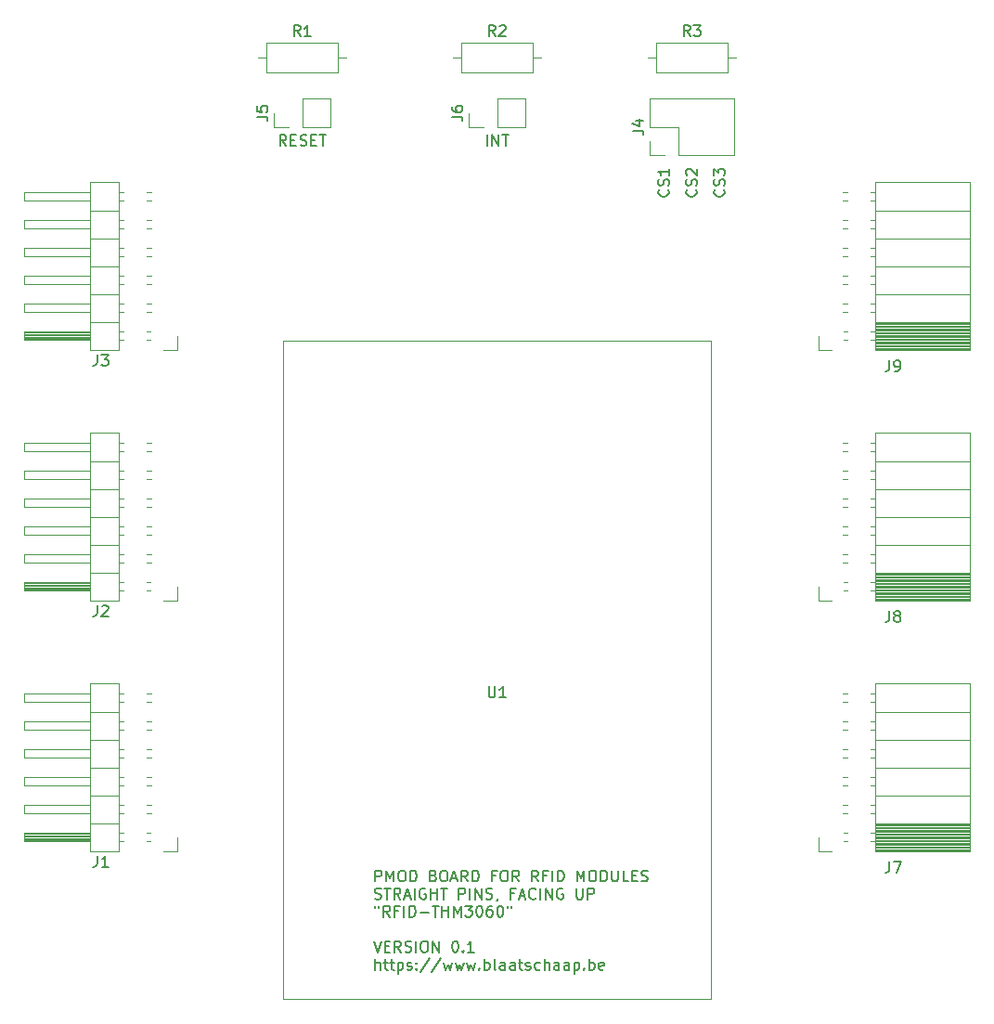
<source format=gbr>
%TF.GenerationSoftware,KiCad,Pcbnew,(6.0.1)*%
%TF.CreationDate,2022-02-05T13:29:02+01:00*%
%TF.ProjectId,modules_board,6d6f6475-6c65-4735-9f62-6f6172642e6b,rev?*%
%TF.SameCoordinates,Original*%
%TF.FileFunction,Legend,Top*%
%TF.FilePolarity,Positive*%
%FSLAX46Y46*%
G04 Gerber Fmt 4.6, Leading zero omitted, Abs format (unit mm)*
G04 Created by KiCad (PCBNEW (6.0.1)) date 2022-02-05 13:29:02*
%MOMM*%
%LPD*%
G01*
G04 APERTURE LIST*
%ADD10C,0.150000*%
%ADD11C,0.120000*%
G04 APERTURE END LIST*
D10*
X82885595Y-123427380D02*
X82885595Y-122427380D01*
X83266547Y-122427380D01*
X83361785Y-122475000D01*
X83409404Y-122522619D01*
X83457023Y-122617857D01*
X83457023Y-122760714D01*
X83409404Y-122855952D01*
X83361785Y-122903571D01*
X83266547Y-122951190D01*
X82885595Y-122951190D01*
X83885595Y-123427380D02*
X83885595Y-122427380D01*
X84218928Y-123141666D01*
X84552261Y-122427380D01*
X84552261Y-123427380D01*
X85218928Y-122427380D02*
X85409404Y-122427380D01*
X85504642Y-122475000D01*
X85599880Y-122570238D01*
X85647500Y-122760714D01*
X85647500Y-123094047D01*
X85599880Y-123284523D01*
X85504642Y-123379761D01*
X85409404Y-123427380D01*
X85218928Y-123427380D01*
X85123690Y-123379761D01*
X85028452Y-123284523D01*
X84980833Y-123094047D01*
X84980833Y-122760714D01*
X85028452Y-122570238D01*
X85123690Y-122475000D01*
X85218928Y-122427380D01*
X86076071Y-123427380D02*
X86076071Y-122427380D01*
X86314166Y-122427380D01*
X86457023Y-122475000D01*
X86552261Y-122570238D01*
X86599880Y-122665476D01*
X86647500Y-122855952D01*
X86647500Y-122998809D01*
X86599880Y-123189285D01*
X86552261Y-123284523D01*
X86457023Y-123379761D01*
X86314166Y-123427380D01*
X86076071Y-123427380D01*
X88171309Y-122903571D02*
X88314166Y-122951190D01*
X88361785Y-122998809D01*
X88409404Y-123094047D01*
X88409404Y-123236904D01*
X88361785Y-123332142D01*
X88314166Y-123379761D01*
X88218928Y-123427380D01*
X87837976Y-123427380D01*
X87837976Y-122427380D01*
X88171309Y-122427380D01*
X88266547Y-122475000D01*
X88314166Y-122522619D01*
X88361785Y-122617857D01*
X88361785Y-122713095D01*
X88314166Y-122808333D01*
X88266547Y-122855952D01*
X88171309Y-122903571D01*
X87837976Y-122903571D01*
X89028452Y-122427380D02*
X89218928Y-122427380D01*
X89314166Y-122475000D01*
X89409404Y-122570238D01*
X89457023Y-122760714D01*
X89457023Y-123094047D01*
X89409404Y-123284523D01*
X89314166Y-123379761D01*
X89218928Y-123427380D01*
X89028452Y-123427380D01*
X88933214Y-123379761D01*
X88837976Y-123284523D01*
X88790357Y-123094047D01*
X88790357Y-122760714D01*
X88837976Y-122570238D01*
X88933214Y-122475000D01*
X89028452Y-122427380D01*
X89837976Y-123141666D02*
X90314166Y-123141666D01*
X89742738Y-123427380D02*
X90076071Y-122427380D01*
X90409404Y-123427380D01*
X91314166Y-123427380D02*
X90980833Y-122951190D01*
X90742738Y-123427380D02*
X90742738Y-122427380D01*
X91123690Y-122427380D01*
X91218928Y-122475000D01*
X91266547Y-122522619D01*
X91314166Y-122617857D01*
X91314166Y-122760714D01*
X91266547Y-122855952D01*
X91218928Y-122903571D01*
X91123690Y-122951190D01*
X90742738Y-122951190D01*
X91742738Y-123427380D02*
X91742738Y-122427380D01*
X91980833Y-122427380D01*
X92123690Y-122475000D01*
X92218928Y-122570238D01*
X92266547Y-122665476D01*
X92314166Y-122855952D01*
X92314166Y-122998809D01*
X92266547Y-123189285D01*
X92218928Y-123284523D01*
X92123690Y-123379761D01*
X91980833Y-123427380D01*
X91742738Y-123427380D01*
X93837976Y-122903571D02*
X93504642Y-122903571D01*
X93504642Y-123427380D02*
X93504642Y-122427380D01*
X93980833Y-122427380D01*
X94552261Y-122427380D02*
X94742738Y-122427380D01*
X94837976Y-122475000D01*
X94933214Y-122570238D01*
X94980833Y-122760714D01*
X94980833Y-123094047D01*
X94933214Y-123284523D01*
X94837976Y-123379761D01*
X94742738Y-123427380D01*
X94552261Y-123427380D01*
X94457023Y-123379761D01*
X94361785Y-123284523D01*
X94314166Y-123094047D01*
X94314166Y-122760714D01*
X94361785Y-122570238D01*
X94457023Y-122475000D01*
X94552261Y-122427380D01*
X95980833Y-123427380D02*
X95647500Y-122951190D01*
X95409404Y-123427380D02*
X95409404Y-122427380D01*
X95790357Y-122427380D01*
X95885595Y-122475000D01*
X95933214Y-122522619D01*
X95980833Y-122617857D01*
X95980833Y-122760714D01*
X95933214Y-122855952D01*
X95885595Y-122903571D01*
X95790357Y-122951190D01*
X95409404Y-122951190D01*
X97742738Y-123427380D02*
X97409404Y-122951190D01*
X97171309Y-123427380D02*
X97171309Y-122427380D01*
X97552261Y-122427380D01*
X97647500Y-122475000D01*
X97695119Y-122522619D01*
X97742738Y-122617857D01*
X97742738Y-122760714D01*
X97695119Y-122855952D01*
X97647500Y-122903571D01*
X97552261Y-122951190D01*
X97171309Y-122951190D01*
X98504642Y-122903571D02*
X98171309Y-122903571D01*
X98171309Y-123427380D02*
X98171309Y-122427380D01*
X98647500Y-122427380D01*
X99028452Y-123427380D02*
X99028452Y-122427380D01*
X99504642Y-123427380D02*
X99504642Y-122427380D01*
X99742738Y-122427380D01*
X99885595Y-122475000D01*
X99980833Y-122570238D01*
X100028452Y-122665476D01*
X100076071Y-122855952D01*
X100076071Y-122998809D01*
X100028452Y-123189285D01*
X99980833Y-123284523D01*
X99885595Y-123379761D01*
X99742738Y-123427380D01*
X99504642Y-123427380D01*
X101266547Y-123427380D02*
X101266547Y-122427380D01*
X101599880Y-123141666D01*
X101933214Y-122427380D01*
X101933214Y-123427380D01*
X102599880Y-122427380D02*
X102790357Y-122427380D01*
X102885595Y-122475000D01*
X102980833Y-122570238D01*
X103028452Y-122760714D01*
X103028452Y-123094047D01*
X102980833Y-123284523D01*
X102885595Y-123379761D01*
X102790357Y-123427380D01*
X102599880Y-123427380D01*
X102504642Y-123379761D01*
X102409404Y-123284523D01*
X102361785Y-123094047D01*
X102361785Y-122760714D01*
X102409404Y-122570238D01*
X102504642Y-122475000D01*
X102599880Y-122427380D01*
X103457023Y-123427380D02*
X103457023Y-122427380D01*
X103695119Y-122427380D01*
X103837976Y-122475000D01*
X103933214Y-122570238D01*
X103980833Y-122665476D01*
X104028452Y-122855952D01*
X104028452Y-122998809D01*
X103980833Y-123189285D01*
X103933214Y-123284523D01*
X103837976Y-123379761D01*
X103695119Y-123427380D01*
X103457023Y-123427380D01*
X104457023Y-122427380D02*
X104457023Y-123236904D01*
X104504642Y-123332142D01*
X104552261Y-123379761D01*
X104647500Y-123427380D01*
X104837976Y-123427380D01*
X104933214Y-123379761D01*
X104980833Y-123332142D01*
X105028452Y-123236904D01*
X105028452Y-122427380D01*
X105980833Y-123427380D02*
X105504642Y-123427380D01*
X105504642Y-122427380D01*
X106314166Y-122903571D02*
X106647500Y-122903571D01*
X106790357Y-123427380D02*
X106314166Y-123427380D01*
X106314166Y-122427380D01*
X106790357Y-122427380D01*
X107171309Y-123379761D02*
X107314166Y-123427380D01*
X107552261Y-123427380D01*
X107647500Y-123379761D01*
X107695119Y-123332142D01*
X107742738Y-123236904D01*
X107742738Y-123141666D01*
X107695119Y-123046428D01*
X107647500Y-122998809D01*
X107552261Y-122951190D01*
X107361785Y-122903571D01*
X107266547Y-122855952D01*
X107218928Y-122808333D01*
X107171309Y-122713095D01*
X107171309Y-122617857D01*
X107218928Y-122522619D01*
X107266547Y-122475000D01*
X107361785Y-122427380D01*
X107599880Y-122427380D01*
X107742738Y-122475000D01*
X82837976Y-124989761D02*
X82980833Y-125037380D01*
X83218928Y-125037380D01*
X83314166Y-124989761D01*
X83361785Y-124942142D01*
X83409404Y-124846904D01*
X83409404Y-124751666D01*
X83361785Y-124656428D01*
X83314166Y-124608809D01*
X83218928Y-124561190D01*
X83028452Y-124513571D01*
X82933214Y-124465952D01*
X82885595Y-124418333D01*
X82837976Y-124323095D01*
X82837976Y-124227857D01*
X82885595Y-124132619D01*
X82933214Y-124085000D01*
X83028452Y-124037380D01*
X83266547Y-124037380D01*
X83409404Y-124085000D01*
X83695119Y-124037380D02*
X84266547Y-124037380D01*
X83980833Y-125037380D02*
X83980833Y-124037380D01*
X85171309Y-125037380D02*
X84837976Y-124561190D01*
X84599880Y-125037380D02*
X84599880Y-124037380D01*
X84980833Y-124037380D01*
X85076071Y-124085000D01*
X85123690Y-124132619D01*
X85171309Y-124227857D01*
X85171309Y-124370714D01*
X85123690Y-124465952D01*
X85076071Y-124513571D01*
X84980833Y-124561190D01*
X84599880Y-124561190D01*
X85552261Y-124751666D02*
X86028452Y-124751666D01*
X85457023Y-125037380D02*
X85790357Y-124037380D01*
X86123690Y-125037380D01*
X86457023Y-125037380D02*
X86457023Y-124037380D01*
X87457023Y-124085000D02*
X87361785Y-124037380D01*
X87218928Y-124037380D01*
X87076071Y-124085000D01*
X86980833Y-124180238D01*
X86933214Y-124275476D01*
X86885595Y-124465952D01*
X86885595Y-124608809D01*
X86933214Y-124799285D01*
X86980833Y-124894523D01*
X87076071Y-124989761D01*
X87218928Y-125037380D01*
X87314166Y-125037380D01*
X87457023Y-124989761D01*
X87504642Y-124942142D01*
X87504642Y-124608809D01*
X87314166Y-124608809D01*
X87933214Y-125037380D02*
X87933214Y-124037380D01*
X87933214Y-124513571D02*
X88504642Y-124513571D01*
X88504642Y-125037380D02*
X88504642Y-124037380D01*
X88837976Y-124037380D02*
X89409404Y-124037380D01*
X89123690Y-125037380D02*
X89123690Y-124037380D01*
X90504642Y-125037380D02*
X90504642Y-124037380D01*
X90885595Y-124037380D01*
X90980833Y-124085000D01*
X91028452Y-124132619D01*
X91076071Y-124227857D01*
X91076071Y-124370714D01*
X91028452Y-124465952D01*
X90980833Y-124513571D01*
X90885595Y-124561190D01*
X90504642Y-124561190D01*
X91504642Y-125037380D02*
X91504642Y-124037380D01*
X91980833Y-125037380D02*
X91980833Y-124037380D01*
X92552261Y-125037380D01*
X92552261Y-124037380D01*
X92980833Y-124989761D02*
X93123690Y-125037380D01*
X93361785Y-125037380D01*
X93457023Y-124989761D01*
X93504642Y-124942142D01*
X93552261Y-124846904D01*
X93552261Y-124751666D01*
X93504642Y-124656428D01*
X93457023Y-124608809D01*
X93361785Y-124561190D01*
X93171309Y-124513571D01*
X93076071Y-124465952D01*
X93028452Y-124418333D01*
X92980833Y-124323095D01*
X92980833Y-124227857D01*
X93028452Y-124132619D01*
X93076071Y-124085000D01*
X93171309Y-124037380D01*
X93409404Y-124037380D01*
X93552261Y-124085000D01*
X94028452Y-124989761D02*
X94028452Y-125037380D01*
X93980833Y-125132619D01*
X93933214Y-125180238D01*
X95552261Y-124513571D02*
X95218928Y-124513571D01*
X95218928Y-125037380D02*
X95218928Y-124037380D01*
X95695119Y-124037380D01*
X96028452Y-124751666D02*
X96504642Y-124751666D01*
X95933214Y-125037380D02*
X96266547Y-124037380D01*
X96599880Y-125037380D01*
X97504642Y-124942142D02*
X97457023Y-124989761D01*
X97314166Y-125037380D01*
X97218928Y-125037380D01*
X97076071Y-124989761D01*
X96980833Y-124894523D01*
X96933214Y-124799285D01*
X96885595Y-124608809D01*
X96885595Y-124465952D01*
X96933214Y-124275476D01*
X96980833Y-124180238D01*
X97076071Y-124085000D01*
X97218928Y-124037380D01*
X97314166Y-124037380D01*
X97457023Y-124085000D01*
X97504642Y-124132619D01*
X97933214Y-125037380D02*
X97933214Y-124037380D01*
X98409404Y-125037380D02*
X98409404Y-124037380D01*
X98980833Y-125037380D01*
X98980833Y-124037380D01*
X99980833Y-124085000D02*
X99885595Y-124037380D01*
X99742738Y-124037380D01*
X99599880Y-124085000D01*
X99504642Y-124180238D01*
X99457023Y-124275476D01*
X99409404Y-124465952D01*
X99409404Y-124608809D01*
X99457023Y-124799285D01*
X99504642Y-124894523D01*
X99599880Y-124989761D01*
X99742738Y-125037380D01*
X99837976Y-125037380D01*
X99980833Y-124989761D01*
X100028452Y-124942142D01*
X100028452Y-124608809D01*
X99837976Y-124608809D01*
X101218928Y-124037380D02*
X101218928Y-124846904D01*
X101266547Y-124942142D01*
X101314166Y-124989761D01*
X101409404Y-125037380D01*
X101599880Y-125037380D01*
X101695119Y-124989761D01*
X101742738Y-124942142D01*
X101790357Y-124846904D01*
X101790357Y-124037380D01*
X102266547Y-125037380D02*
X102266547Y-124037380D01*
X102647500Y-124037380D01*
X102742738Y-124085000D01*
X102790357Y-124132619D01*
X102837976Y-124227857D01*
X102837976Y-124370714D01*
X102790357Y-124465952D01*
X102742738Y-124513571D01*
X102647500Y-124561190D01*
X102266547Y-124561190D01*
X82837976Y-125647380D02*
X82837976Y-125837857D01*
X83218928Y-125647380D02*
X83218928Y-125837857D01*
X84218928Y-126647380D02*
X83885595Y-126171190D01*
X83647500Y-126647380D02*
X83647500Y-125647380D01*
X84028452Y-125647380D01*
X84123690Y-125695000D01*
X84171309Y-125742619D01*
X84218928Y-125837857D01*
X84218928Y-125980714D01*
X84171309Y-126075952D01*
X84123690Y-126123571D01*
X84028452Y-126171190D01*
X83647500Y-126171190D01*
X84980833Y-126123571D02*
X84647500Y-126123571D01*
X84647500Y-126647380D02*
X84647500Y-125647380D01*
X85123690Y-125647380D01*
X85504642Y-126647380D02*
X85504642Y-125647380D01*
X85980833Y-126647380D02*
X85980833Y-125647380D01*
X86218928Y-125647380D01*
X86361785Y-125695000D01*
X86457023Y-125790238D01*
X86504642Y-125885476D01*
X86552261Y-126075952D01*
X86552261Y-126218809D01*
X86504642Y-126409285D01*
X86457023Y-126504523D01*
X86361785Y-126599761D01*
X86218928Y-126647380D01*
X85980833Y-126647380D01*
X86980833Y-126266428D02*
X87742738Y-126266428D01*
X88076071Y-125647380D02*
X88647500Y-125647380D01*
X88361785Y-126647380D02*
X88361785Y-125647380D01*
X88980833Y-126647380D02*
X88980833Y-125647380D01*
X88980833Y-126123571D02*
X89552261Y-126123571D01*
X89552261Y-126647380D02*
X89552261Y-125647380D01*
X90028452Y-126647380D02*
X90028452Y-125647380D01*
X90361785Y-126361666D01*
X90695119Y-125647380D01*
X90695119Y-126647380D01*
X91076071Y-125647380D02*
X91695119Y-125647380D01*
X91361785Y-126028333D01*
X91504642Y-126028333D01*
X91599880Y-126075952D01*
X91647500Y-126123571D01*
X91695119Y-126218809D01*
X91695119Y-126456904D01*
X91647500Y-126552142D01*
X91599880Y-126599761D01*
X91504642Y-126647380D01*
X91218928Y-126647380D01*
X91123690Y-126599761D01*
X91076071Y-126552142D01*
X92314166Y-125647380D02*
X92409404Y-125647380D01*
X92504642Y-125695000D01*
X92552261Y-125742619D01*
X92599880Y-125837857D01*
X92647500Y-126028333D01*
X92647500Y-126266428D01*
X92599880Y-126456904D01*
X92552261Y-126552142D01*
X92504642Y-126599761D01*
X92409404Y-126647380D01*
X92314166Y-126647380D01*
X92218928Y-126599761D01*
X92171309Y-126552142D01*
X92123690Y-126456904D01*
X92076071Y-126266428D01*
X92076071Y-126028333D01*
X92123690Y-125837857D01*
X92171309Y-125742619D01*
X92218928Y-125695000D01*
X92314166Y-125647380D01*
X93504642Y-125647380D02*
X93314166Y-125647380D01*
X93218928Y-125695000D01*
X93171309Y-125742619D01*
X93076071Y-125885476D01*
X93028452Y-126075952D01*
X93028452Y-126456904D01*
X93076071Y-126552142D01*
X93123690Y-126599761D01*
X93218928Y-126647380D01*
X93409404Y-126647380D01*
X93504642Y-126599761D01*
X93552261Y-126552142D01*
X93599880Y-126456904D01*
X93599880Y-126218809D01*
X93552261Y-126123571D01*
X93504642Y-126075952D01*
X93409404Y-126028333D01*
X93218928Y-126028333D01*
X93123690Y-126075952D01*
X93076071Y-126123571D01*
X93028452Y-126218809D01*
X94218928Y-125647380D02*
X94314166Y-125647380D01*
X94409404Y-125695000D01*
X94457023Y-125742619D01*
X94504642Y-125837857D01*
X94552261Y-126028333D01*
X94552261Y-126266428D01*
X94504642Y-126456904D01*
X94457023Y-126552142D01*
X94409404Y-126599761D01*
X94314166Y-126647380D01*
X94218928Y-126647380D01*
X94123690Y-126599761D01*
X94076071Y-126552142D01*
X94028452Y-126456904D01*
X93980833Y-126266428D01*
X93980833Y-126028333D01*
X94028452Y-125837857D01*
X94076071Y-125742619D01*
X94123690Y-125695000D01*
X94218928Y-125647380D01*
X94933214Y-125647380D02*
X94933214Y-125837857D01*
X95314166Y-125647380D02*
X95314166Y-125837857D01*
X82742738Y-128867380D02*
X83076071Y-129867380D01*
X83409404Y-128867380D01*
X83742738Y-129343571D02*
X84076071Y-129343571D01*
X84218928Y-129867380D02*
X83742738Y-129867380D01*
X83742738Y-128867380D01*
X84218928Y-128867380D01*
X85218928Y-129867380D02*
X84885595Y-129391190D01*
X84647500Y-129867380D02*
X84647500Y-128867380D01*
X85028452Y-128867380D01*
X85123690Y-128915000D01*
X85171309Y-128962619D01*
X85218928Y-129057857D01*
X85218928Y-129200714D01*
X85171309Y-129295952D01*
X85123690Y-129343571D01*
X85028452Y-129391190D01*
X84647500Y-129391190D01*
X85599880Y-129819761D02*
X85742738Y-129867380D01*
X85980833Y-129867380D01*
X86076071Y-129819761D01*
X86123690Y-129772142D01*
X86171309Y-129676904D01*
X86171309Y-129581666D01*
X86123690Y-129486428D01*
X86076071Y-129438809D01*
X85980833Y-129391190D01*
X85790357Y-129343571D01*
X85695119Y-129295952D01*
X85647500Y-129248333D01*
X85599880Y-129153095D01*
X85599880Y-129057857D01*
X85647500Y-128962619D01*
X85695119Y-128915000D01*
X85790357Y-128867380D01*
X86028452Y-128867380D01*
X86171309Y-128915000D01*
X86599880Y-129867380D02*
X86599880Y-128867380D01*
X87266547Y-128867380D02*
X87457023Y-128867380D01*
X87552261Y-128915000D01*
X87647500Y-129010238D01*
X87695119Y-129200714D01*
X87695119Y-129534047D01*
X87647500Y-129724523D01*
X87552261Y-129819761D01*
X87457023Y-129867380D01*
X87266547Y-129867380D01*
X87171309Y-129819761D01*
X87076071Y-129724523D01*
X87028452Y-129534047D01*
X87028452Y-129200714D01*
X87076071Y-129010238D01*
X87171309Y-128915000D01*
X87266547Y-128867380D01*
X88123690Y-129867380D02*
X88123690Y-128867380D01*
X88695119Y-129867380D01*
X88695119Y-128867380D01*
X90123690Y-128867380D02*
X90218928Y-128867380D01*
X90314166Y-128915000D01*
X90361785Y-128962619D01*
X90409404Y-129057857D01*
X90457023Y-129248333D01*
X90457023Y-129486428D01*
X90409404Y-129676904D01*
X90361785Y-129772142D01*
X90314166Y-129819761D01*
X90218928Y-129867380D01*
X90123690Y-129867380D01*
X90028452Y-129819761D01*
X89980833Y-129772142D01*
X89933214Y-129676904D01*
X89885595Y-129486428D01*
X89885595Y-129248333D01*
X89933214Y-129057857D01*
X89980833Y-128962619D01*
X90028452Y-128915000D01*
X90123690Y-128867380D01*
X90885595Y-129772142D02*
X90933214Y-129819761D01*
X90885595Y-129867380D01*
X90837976Y-129819761D01*
X90885595Y-129772142D01*
X90885595Y-129867380D01*
X91885595Y-129867380D02*
X91314166Y-129867380D01*
X91599880Y-129867380D02*
X91599880Y-128867380D01*
X91504642Y-129010238D01*
X91409404Y-129105476D01*
X91314166Y-129153095D01*
X82885595Y-131477380D02*
X82885595Y-130477380D01*
X83314166Y-131477380D02*
X83314166Y-130953571D01*
X83266547Y-130858333D01*
X83171309Y-130810714D01*
X83028452Y-130810714D01*
X82933214Y-130858333D01*
X82885595Y-130905952D01*
X83647500Y-130810714D02*
X84028452Y-130810714D01*
X83790357Y-130477380D02*
X83790357Y-131334523D01*
X83837976Y-131429761D01*
X83933214Y-131477380D01*
X84028452Y-131477380D01*
X84218928Y-130810714D02*
X84599880Y-130810714D01*
X84361785Y-130477380D02*
X84361785Y-131334523D01*
X84409404Y-131429761D01*
X84504642Y-131477380D01*
X84599880Y-131477380D01*
X84933214Y-130810714D02*
X84933214Y-131810714D01*
X84933214Y-130858333D02*
X85028452Y-130810714D01*
X85218928Y-130810714D01*
X85314166Y-130858333D01*
X85361785Y-130905952D01*
X85409404Y-131001190D01*
X85409404Y-131286904D01*
X85361785Y-131382142D01*
X85314166Y-131429761D01*
X85218928Y-131477380D01*
X85028452Y-131477380D01*
X84933214Y-131429761D01*
X85790357Y-131429761D02*
X85885595Y-131477380D01*
X86076071Y-131477380D01*
X86171309Y-131429761D01*
X86218928Y-131334523D01*
X86218928Y-131286904D01*
X86171309Y-131191666D01*
X86076071Y-131144047D01*
X85933214Y-131144047D01*
X85837976Y-131096428D01*
X85790357Y-131001190D01*
X85790357Y-130953571D01*
X85837976Y-130858333D01*
X85933214Y-130810714D01*
X86076071Y-130810714D01*
X86171309Y-130858333D01*
X86647500Y-131382142D02*
X86695119Y-131429761D01*
X86647500Y-131477380D01*
X86599880Y-131429761D01*
X86647500Y-131382142D01*
X86647500Y-131477380D01*
X86647500Y-130858333D02*
X86695119Y-130905952D01*
X86647500Y-130953571D01*
X86599880Y-130905952D01*
X86647500Y-130858333D01*
X86647500Y-130953571D01*
X87837976Y-130429761D02*
X86980833Y-131715476D01*
X88885595Y-130429761D02*
X88028452Y-131715476D01*
X89123690Y-130810714D02*
X89314166Y-131477380D01*
X89504642Y-131001190D01*
X89695119Y-131477380D01*
X89885595Y-130810714D01*
X90171309Y-130810714D02*
X90361785Y-131477380D01*
X90552261Y-131001190D01*
X90742738Y-131477380D01*
X90933214Y-130810714D01*
X91218928Y-130810714D02*
X91409404Y-131477380D01*
X91599880Y-131001190D01*
X91790357Y-131477380D01*
X91980833Y-130810714D01*
X92361785Y-131382142D02*
X92409404Y-131429761D01*
X92361785Y-131477380D01*
X92314166Y-131429761D01*
X92361785Y-131382142D01*
X92361785Y-131477380D01*
X92837976Y-131477380D02*
X92837976Y-130477380D01*
X92837976Y-130858333D02*
X92933214Y-130810714D01*
X93123690Y-130810714D01*
X93218928Y-130858333D01*
X93266547Y-130905952D01*
X93314166Y-131001190D01*
X93314166Y-131286904D01*
X93266547Y-131382142D01*
X93218928Y-131429761D01*
X93123690Y-131477380D01*
X92933214Y-131477380D01*
X92837976Y-131429761D01*
X93885595Y-131477380D02*
X93790357Y-131429761D01*
X93742738Y-131334523D01*
X93742738Y-130477380D01*
X94695119Y-131477380D02*
X94695119Y-130953571D01*
X94647500Y-130858333D01*
X94552261Y-130810714D01*
X94361785Y-130810714D01*
X94266547Y-130858333D01*
X94695119Y-131429761D02*
X94599880Y-131477380D01*
X94361785Y-131477380D01*
X94266547Y-131429761D01*
X94218928Y-131334523D01*
X94218928Y-131239285D01*
X94266547Y-131144047D01*
X94361785Y-131096428D01*
X94599880Y-131096428D01*
X94695119Y-131048809D01*
X95599880Y-131477380D02*
X95599880Y-130953571D01*
X95552261Y-130858333D01*
X95457023Y-130810714D01*
X95266547Y-130810714D01*
X95171309Y-130858333D01*
X95599880Y-131429761D02*
X95504642Y-131477380D01*
X95266547Y-131477380D01*
X95171309Y-131429761D01*
X95123690Y-131334523D01*
X95123690Y-131239285D01*
X95171309Y-131144047D01*
X95266547Y-131096428D01*
X95504642Y-131096428D01*
X95599880Y-131048809D01*
X95933214Y-130810714D02*
X96314166Y-130810714D01*
X96076071Y-130477380D02*
X96076071Y-131334523D01*
X96123690Y-131429761D01*
X96218928Y-131477380D01*
X96314166Y-131477380D01*
X96599880Y-131429761D02*
X96695119Y-131477380D01*
X96885595Y-131477380D01*
X96980833Y-131429761D01*
X97028452Y-131334523D01*
X97028452Y-131286904D01*
X96980833Y-131191666D01*
X96885595Y-131144047D01*
X96742738Y-131144047D01*
X96647500Y-131096428D01*
X96599880Y-131001190D01*
X96599880Y-130953571D01*
X96647500Y-130858333D01*
X96742738Y-130810714D01*
X96885595Y-130810714D01*
X96980833Y-130858333D01*
X97885595Y-131429761D02*
X97790357Y-131477380D01*
X97599880Y-131477380D01*
X97504642Y-131429761D01*
X97457023Y-131382142D01*
X97409404Y-131286904D01*
X97409404Y-131001190D01*
X97457023Y-130905952D01*
X97504642Y-130858333D01*
X97599880Y-130810714D01*
X97790357Y-130810714D01*
X97885595Y-130858333D01*
X98314166Y-131477380D02*
X98314166Y-130477380D01*
X98742738Y-131477380D02*
X98742738Y-130953571D01*
X98695119Y-130858333D01*
X98599880Y-130810714D01*
X98457023Y-130810714D01*
X98361785Y-130858333D01*
X98314166Y-130905952D01*
X99647500Y-131477380D02*
X99647500Y-130953571D01*
X99599880Y-130858333D01*
X99504642Y-130810714D01*
X99314166Y-130810714D01*
X99218928Y-130858333D01*
X99647500Y-131429761D02*
X99552261Y-131477380D01*
X99314166Y-131477380D01*
X99218928Y-131429761D01*
X99171309Y-131334523D01*
X99171309Y-131239285D01*
X99218928Y-131144047D01*
X99314166Y-131096428D01*
X99552261Y-131096428D01*
X99647500Y-131048809D01*
X100552261Y-131477380D02*
X100552261Y-130953571D01*
X100504642Y-130858333D01*
X100409404Y-130810714D01*
X100218928Y-130810714D01*
X100123690Y-130858333D01*
X100552261Y-131429761D02*
X100457023Y-131477380D01*
X100218928Y-131477380D01*
X100123690Y-131429761D01*
X100076071Y-131334523D01*
X100076071Y-131239285D01*
X100123690Y-131144047D01*
X100218928Y-131096428D01*
X100457023Y-131096428D01*
X100552261Y-131048809D01*
X101028452Y-130810714D02*
X101028452Y-131810714D01*
X101028452Y-130858333D02*
X101123690Y-130810714D01*
X101314166Y-130810714D01*
X101409404Y-130858333D01*
X101457023Y-130905952D01*
X101504642Y-131001190D01*
X101504642Y-131286904D01*
X101457023Y-131382142D01*
X101409404Y-131429761D01*
X101314166Y-131477380D01*
X101123690Y-131477380D01*
X101028452Y-131429761D01*
X101933214Y-131382142D02*
X101980833Y-131429761D01*
X101933214Y-131477380D01*
X101885595Y-131429761D01*
X101933214Y-131382142D01*
X101933214Y-131477380D01*
X102409404Y-131477380D02*
X102409404Y-130477380D01*
X102409404Y-130858333D02*
X102504642Y-130810714D01*
X102695119Y-130810714D01*
X102790357Y-130858333D01*
X102837976Y-130905952D01*
X102885595Y-131001190D01*
X102885595Y-131286904D01*
X102837976Y-131382142D01*
X102790357Y-131429761D01*
X102695119Y-131477380D01*
X102504642Y-131477380D01*
X102409404Y-131429761D01*
X103695119Y-131429761D02*
X103599880Y-131477380D01*
X103409404Y-131477380D01*
X103314166Y-131429761D01*
X103266547Y-131334523D01*
X103266547Y-130953571D01*
X103314166Y-130858333D01*
X103409404Y-130810714D01*
X103599880Y-130810714D01*
X103695119Y-130858333D01*
X103742738Y-130953571D01*
X103742738Y-131048809D01*
X103266547Y-131144047D01*
X93075238Y-56332380D02*
X93075238Y-55332380D01*
X93551428Y-56332380D02*
X93551428Y-55332380D01*
X94122857Y-56332380D01*
X94122857Y-55332380D01*
X94456190Y-55332380D02*
X95027619Y-55332380D01*
X94741904Y-56332380D02*
X94741904Y-55332380D01*
X112117142Y-60332857D02*
X112164761Y-60380476D01*
X112212380Y-60523333D01*
X112212380Y-60618571D01*
X112164761Y-60761428D01*
X112069523Y-60856666D01*
X111974285Y-60904285D01*
X111783809Y-60951904D01*
X111640952Y-60951904D01*
X111450476Y-60904285D01*
X111355238Y-60856666D01*
X111260000Y-60761428D01*
X111212380Y-60618571D01*
X111212380Y-60523333D01*
X111260000Y-60380476D01*
X111307619Y-60332857D01*
X112164761Y-59951904D02*
X112212380Y-59809047D01*
X112212380Y-59570952D01*
X112164761Y-59475714D01*
X112117142Y-59428095D01*
X112021904Y-59380476D01*
X111926666Y-59380476D01*
X111831428Y-59428095D01*
X111783809Y-59475714D01*
X111736190Y-59570952D01*
X111688571Y-59761428D01*
X111640952Y-59856666D01*
X111593333Y-59904285D01*
X111498095Y-59951904D01*
X111402857Y-59951904D01*
X111307619Y-59904285D01*
X111260000Y-59856666D01*
X111212380Y-59761428D01*
X111212380Y-59523333D01*
X111260000Y-59380476D01*
X111307619Y-58999523D02*
X111260000Y-58951904D01*
X111212380Y-58856666D01*
X111212380Y-58618571D01*
X111260000Y-58523333D01*
X111307619Y-58475714D01*
X111402857Y-58428095D01*
X111498095Y-58428095D01*
X111640952Y-58475714D01*
X112212380Y-59047142D01*
X112212380Y-58428095D01*
X114657142Y-60332857D02*
X114704761Y-60380476D01*
X114752380Y-60523333D01*
X114752380Y-60618571D01*
X114704761Y-60761428D01*
X114609523Y-60856666D01*
X114514285Y-60904285D01*
X114323809Y-60951904D01*
X114180952Y-60951904D01*
X113990476Y-60904285D01*
X113895238Y-60856666D01*
X113800000Y-60761428D01*
X113752380Y-60618571D01*
X113752380Y-60523333D01*
X113800000Y-60380476D01*
X113847619Y-60332857D01*
X114704761Y-59951904D02*
X114752380Y-59809047D01*
X114752380Y-59570952D01*
X114704761Y-59475714D01*
X114657142Y-59428095D01*
X114561904Y-59380476D01*
X114466666Y-59380476D01*
X114371428Y-59428095D01*
X114323809Y-59475714D01*
X114276190Y-59570952D01*
X114228571Y-59761428D01*
X114180952Y-59856666D01*
X114133333Y-59904285D01*
X114038095Y-59951904D01*
X113942857Y-59951904D01*
X113847619Y-59904285D01*
X113800000Y-59856666D01*
X113752380Y-59761428D01*
X113752380Y-59523333D01*
X113800000Y-59380476D01*
X113752380Y-59047142D02*
X113752380Y-58428095D01*
X114133333Y-58761428D01*
X114133333Y-58618571D01*
X114180952Y-58523333D01*
X114228571Y-58475714D01*
X114323809Y-58428095D01*
X114561904Y-58428095D01*
X114657142Y-58475714D01*
X114704761Y-58523333D01*
X114752380Y-58618571D01*
X114752380Y-58904285D01*
X114704761Y-58999523D01*
X114657142Y-59047142D01*
X109577142Y-60332857D02*
X109624761Y-60380476D01*
X109672380Y-60523333D01*
X109672380Y-60618571D01*
X109624761Y-60761428D01*
X109529523Y-60856666D01*
X109434285Y-60904285D01*
X109243809Y-60951904D01*
X109100952Y-60951904D01*
X108910476Y-60904285D01*
X108815238Y-60856666D01*
X108720000Y-60761428D01*
X108672380Y-60618571D01*
X108672380Y-60523333D01*
X108720000Y-60380476D01*
X108767619Y-60332857D01*
X109624761Y-59951904D02*
X109672380Y-59809047D01*
X109672380Y-59570952D01*
X109624761Y-59475714D01*
X109577142Y-59428095D01*
X109481904Y-59380476D01*
X109386666Y-59380476D01*
X109291428Y-59428095D01*
X109243809Y-59475714D01*
X109196190Y-59570952D01*
X109148571Y-59761428D01*
X109100952Y-59856666D01*
X109053333Y-59904285D01*
X108958095Y-59951904D01*
X108862857Y-59951904D01*
X108767619Y-59904285D01*
X108720000Y-59856666D01*
X108672380Y-59761428D01*
X108672380Y-59523333D01*
X108720000Y-59380476D01*
X109672380Y-58428095D02*
X109672380Y-58999523D01*
X109672380Y-58713809D02*
X108672380Y-58713809D01*
X108815238Y-58809047D01*
X108910476Y-58904285D01*
X108958095Y-58999523D01*
X74747619Y-56332380D02*
X74414285Y-55856190D01*
X74176190Y-56332380D02*
X74176190Y-55332380D01*
X74557142Y-55332380D01*
X74652380Y-55380000D01*
X74700000Y-55427619D01*
X74747619Y-55522857D01*
X74747619Y-55665714D01*
X74700000Y-55760952D01*
X74652380Y-55808571D01*
X74557142Y-55856190D01*
X74176190Y-55856190D01*
X75176190Y-55808571D02*
X75509523Y-55808571D01*
X75652380Y-56332380D02*
X75176190Y-56332380D01*
X75176190Y-55332380D01*
X75652380Y-55332380D01*
X76033333Y-56284761D02*
X76176190Y-56332380D01*
X76414285Y-56332380D01*
X76509523Y-56284761D01*
X76557142Y-56237142D01*
X76604761Y-56141904D01*
X76604761Y-56046666D01*
X76557142Y-55951428D01*
X76509523Y-55903809D01*
X76414285Y-55856190D01*
X76223809Y-55808571D01*
X76128571Y-55760952D01*
X76080952Y-55713333D01*
X76033333Y-55618095D01*
X76033333Y-55522857D01*
X76080952Y-55427619D01*
X76128571Y-55380000D01*
X76223809Y-55332380D01*
X76461904Y-55332380D01*
X76604761Y-55380000D01*
X77033333Y-55808571D02*
X77366666Y-55808571D01*
X77509523Y-56332380D02*
X77033333Y-56332380D01*
X77033333Y-55332380D01*
X77509523Y-55332380D01*
X77795238Y-55332380D02*
X78366666Y-55332380D01*
X78080952Y-56332380D02*
X78080952Y-55332380D01*
%TO.C,J1*%
X57511666Y-121102380D02*
X57511666Y-121816666D01*
X57464047Y-121959523D01*
X57368809Y-122054761D01*
X57225952Y-122102380D01*
X57130714Y-122102380D01*
X58511666Y-122102380D02*
X57940238Y-122102380D01*
X58225952Y-122102380D02*
X58225952Y-121102380D01*
X58130714Y-121245238D01*
X58035476Y-121340476D01*
X57940238Y-121388095D01*
%TO.C,J2*%
X57511666Y-98242380D02*
X57511666Y-98956666D01*
X57464047Y-99099523D01*
X57368809Y-99194761D01*
X57225952Y-99242380D01*
X57130714Y-99242380D01*
X57940238Y-98337619D02*
X57987857Y-98290000D01*
X58083095Y-98242380D01*
X58321190Y-98242380D01*
X58416428Y-98290000D01*
X58464047Y-98337619D01*
X58511666Y-98432857D01*
X58511666Y-98528095D01*
X58464047Y-98670952D01*
X57892619Y-99242380D01*
X58511666Y-99242380D01*
%TO.C,J3*%
X57511666Y-75382380D02*
X57511666Y-76096666D01*
X57464047Y-76239523D01*
X57368809Y-76334761D01*
X57225952Y-76382380D01*
X57130714Y-76382380D01*
X57892619Y-75382380D02*
X58511666Y-75382380D01*
X58178333Y-75763333D01*
X58321190Y-75763333D01*
X58416428Y-75810952D01*
X58464047Y-75858571D01*
X58511666Y-75953809D01*
X58511666Y-76191904D01*
X58464047Y-76287142D01*
X58416428Y-76334761D01*
X58321190Y-76382380D01*
X58035476Y-76382380D01*
X57940238Y-76334761D01*
X57892619Y-76287142D01*
%TO.C,J7*%
X129776666Y-121602380D02*
X129776666Y-122316666D01*
X129729047Y-122459523D01*
X129633809Y-122554761D01*
X129490952Y-122602380D01*
X129395714Y-122602380D01*
X130157619Y-121602380D02*
X130824285Y-121602380D01*
X130395714Y-122602380D01*
%TO.C,J8*%
X129776666Y-98742380D02*
X129776666Y-99456666D01*
X129729047Y-99599523D01*
X129633809Y-99694761D01*
X129490952Y-99742380D01*
X129395714Y-99742380D01*
X130395714Y-99170952D02*
X130300476Y-99123333D01*
X130252857Y-99075714D01*
X130205238Y-98980476D01*
X130205238Y-98932857D01*
X130252857Y-98837619D01*
X130300476Y-98790000D01*
X130395714Y-98742380D01*
X130586190Y-98742380D01*
X130681428Y-98790000D01*
X130729047Y-98837619D01*
X130776666Y-98932857D01*
X130776666Y-98980476D01*
X130729047Y-99075714D01*
X130681428Y-99123333D01*
X130586190Y-99170952D01*
X130395714Y-99170952D01*
X130300476Y-99218571D01*
X130252857Y-99266190D01*
X130205238Y-99361428D01*
X130205238Y-99551904D01*
X130252857Y-99647142D01*
X130300476Y-99694761D01*
X130395714Y-99742380D01*
X130586190Y-99742380D01*
X130681428Y-99694761D01*
X130729047Y-99647142D01*
X130776666Y-99551904D01*
X130776666Y-99361428D01*
X130729047Y-99266190D01*
X130681428Y-99218571D01*
X130586190Y-99170952D01*
%TO.C,J9*%
X129776666Y-75882380D02*
X129776666Y-76596666D01*
X129729047Y-76739523D01*
X129633809Y-76834761D01*
X129490952Y-76882380D01*
X129395714Y-76882380D01*
X130300476Y-76882380D02*
X130490952Y-76882380D01*
X130586190Y-76834761D01*
X130633809Y-76787142D01*
X130729047Y-76644285D01*
X130776666Y-76453809D01*
X130776666Y-76072857D01*
X130729047Y-75977619D01*
X130681428Y-75930000D01*
X130586190Y-75882380D01*
X130395714Y-75882380D01*
X130300476Y-75930000D01*
X130252857Y-75977619D01*
X130205238Y-76072857D01*
X130205238Y-76310952D01*
X130252857Y-76406190D01*
X130300476Y-76453809D01*
X130395714Y-76501428D01*
X130586190Y-76501428D01*
X130681428Y-76453809D01*
X130729047Y-76406190D01*
X130776666Y-76310952D01*
%TO.C,R2*%
X93813333Y-46342380D02*
X93480000Y-45866190D01*
X93241904Y-46342380D02*
X93241904Y-45342380D01*
X93622857Y-45342380D01*
X93718095Y-45390000D01*
X93765714Y-45437619D01*
X93813333Y-45532857D01*
X93813333Y-45675714D01*
X93765714Y-45770952D01*
X93718095Y-45818571D01*
X93622857Y-45866190D01*
X93241904Y-45866190D01*
X94194285Y-45437619D02*
X94241904Y-45390000D01*
X94337142Y-45342380D01*
X94575238Y-45342380D01*
X94670476Y-45390000D01*
X94718095Y-45437619D01*
X94765714Y-45532857D01*
X94765714Y-45628095D01*
X94718095Y-45770952D01*
X94146666Y-46342380D01*
X94765714Y-46342380D01*
%TO.C,R1*%
X76033333Y-46342380D02*
X75700000Y-45866190D01*
X75461904Y-46342380D02*
X75461904Y-45342380D01*
X75842857Y-45342380D01*
X75938095Y-45390000D01*
X75985714Y-45437619D01*
X76033333Y-45532857D01*
X76033333Y-45675714D01*
X75985714Y-45770952D01*
X75938095Y-45818571D01*
X75842857Y-45866190D01*
X75461904Y-45866190D01*
X76985714Y-46342380D02*
X76414285Y-46342380D01*
X76700000Y-46342380D02*
X76700000Y-45342380D01*
X76604761Y-45485238D01*
X76509523Y-45580476D01*
X76414285Y-45628095D01*
%TO.C,R3*%
X111593333Y-46342380D02*
X111260000Y-45866190D01*
X111021904Y-46342380D02*
X111021904Y-45342380D01*
X111402857Y-45342380D01*
X111498095Y-45390000D01*
X111545714Y-45437619D01*
X111593333Y-45532857D01*
X111593333Y-45675714D01*
X111545714Y-45770952D01*
X111498095Y-45818571D01*
X111402857Y-45866190D01*
X111021904Y-45866190D01*
X111926666Y-45342380D02*
X112545714Y-45342380D01*
X112212380Y-45723333D01*
X112355238Y-45723333D01*
X112450476Y-45770952D01*
X112498095Y-45818571D01*
X112545714Y-45913809D01*
X112545714Y-46151904D01*
X112498095Y-46247142D01*
X112450476Y-46294761D01*
X112355238Y-46342380D01*
X112069523Y-46342380D01*
X111974285Y-46294761D01*
X111926666Y-46247142D01*
%TO.C,J6*%
X89832380Y-53673333D02*
X90546666Y-53673333D01*
X90689523Y-53720952D01*
X90784761Y-53816190D01*
X90832380Y-53959047D01*
X90832380Y-54054285D01*
X89832380Y-52768571D02*
X89832380Y-52959047D01*
X89880000Y-53054285D01*
X89927619Y-53101904D01*
X90070476Y-53197142D01*
X90260952Y-53244761D01*
X90641904Y-53244761D01*
X90737142Y-53197142D01*
X90784761Y-53149523D01*
X90832380Y-53054285D01*
X90832380Y-52863809D01*
X90784761Y-52768571D01*
X90737142Y-52720952D01*
X90641904Y-52673333D01*
X90403809Y-52673333D01*
X90308571Y-52720952D01*
X90260952Y-52768571D01*
X90213333Y-52863809D01*
X90213333Y-53054285D01*
X90260952Y-53149523D01*
X90308571Y-53197142D01*
X90403809Y-53244761D01*
%TO.C,U1*%
X93218095Y-105632380D02*
X93218095Y-106441904D01*
X93265714Y-106537142D01*
X93313333Y-106584761D01*
X93408571Y-106632380D01*
X93599047Y-106632380D01*
X93694285Y-106584761D01*
X93741904Y-106537142D01*
X93789523Y-106441904D01*
X93789523Y-105632380D01*
X94789523Y-106632380D02*
X94218095Y-106632380D01*
X94503809Y-106632380D02*
X94503809Y-105632380D01*
X94408571Y-105775238D01*
X94313333Y-105870476D01*
X94218095Y-105918095D01*
%TO.C,J4*%
X106342380Y-54943333D02*
X107056666Y-54943333D01*
X107199523Y-54990952D01*
X107294761Y-55086190D01*
X107342380Y-55229047D01*
X107342380Y-55324285D01*
X106675714Y-54038571D02*
X107342380Y-54038571D01*
X106294761Y-54276666D02*
X107009047Y-54514761D01*
X107009047Y-53895714D01*
%TO.C,J5*%
X72052380Y-53673333D02*
X72766666Y-53673333D01*
X72909523Y-53720952D01*
X73004761Y-53816190D01*
X73052380Y-53959047D01*
X73052380Y-54054285D01*
X72052380Y-52720952D02*
X72052380Y-53197142D01*
X72528571Y-53244761D01*
X72480952Y-53197142D01*
X72433333Y-53101904D01*
X72433333Y-52863809D01*
X72480952Y-52768571D01*
X72528571Y-52720952D01*
X72623809Y-52673333D01*
X72861904Y-52673333D01*
X72957142Y-52720952D01*
X73004761Y-52768571D01*
X73052380Y-52863809D01*
X73052380Y-53101904D01*
X73004761Y-53197142D01*
X72957142Y-53244761D01*
D11*
%TO.C,J1*%
X56860000Y-112140000D02*
X50860000Y-112140000D01*
X50860000Y-107060000D02*
X50860000Y-106300000D01*
X50860000Y-108840000D02*
X56860000Y-108840000D01*
X56860000Y-119340000D02*
X50860000Y-119340000D01*
X62457071Y-114680000D02*
X62002929Y-114680000D01*
X62457071Y-107060000D02*
X62002929Y-107060000D01*
X59917071Y-119760000D02*
X59520000Y-119760000D01*
X50860000Y-113920000D02*
X56860000Y-113920000D01*
X59917071Y-116460000D02*
X59520000Y-116460000D01*
X56860000Y-120710000D02*
X59520000Y-120710000D01*
X59917071Y-109600000D02*
X59520000Y-109600000D01*
X50860000Y-111380000D02*
X56860000Y-111380000D01*
X56860000Y-117220000D02*
X50860000Y-117220000D01*
X64770000Y-119380000D02*
X64770000Y-120650000D01*
X50860000Y-112140000D02*
X50860000Y-111380000D01*
X56860000Y-119460000D02*
X50860000Y-119460000D01*
X59520000Y-115570000D02*
X56860000Y-115570000D01*
X59520000Y-118110000D02*
X56860000Y-118110000D01*
X59917071Y-114680000D02*
X59520000Y-114680000D01*
X56860000Y-114680000D02*
X50860000Y-114680000D01*
X56860000Y-107060000D02*
X50860000Y-107060000D01*
X59520000Y-105350000D02*
X56860000Y-105350000D01*
X50860000Y-119000000D02*
X56860000Y-119000000D01*
X62457071Y-113920000D02*
X62002929Y-113920000D01*
X62457071Y-108840000D02*
X62002929Y-108840000D01*
X50860000Y-114680000D02*
X50860000Y-113920000D01*
X59917071Y-117220000D02*
X59520000Y-117220000D01*
X62457071Y-117220000D02*
X62002929Y-117220000D01*
X62457071Y-112140000D02*
X62002929Y-112140000D01*
X59917071Y-107060000D02*
X59520000Y-107060000D01*
X59917071Y-106300000D02*
X59520000Y-106300000D01*
X62457071Y-106300000D02*
X62002929Y-106300000D01*
X56860000Y-119760000D02*
X50860000Y-119760000D01*
X59917071Y-119000000D02*
X59520000Y-119000000D01*
X56860000Y-119580000D02*
X50860000Y-119580000D01*
X62390000Y-119000000D02*
X62002929Y-119000000D01*
X50860000Y-117220000D02*
X50860000Y-116460000D01*
X56860000Y-119220000D02*
X50860000Y-119220000D01*
X56860000Y-109600000D02*
X50860000Y-109600000D01*
X59520000Y-110490000D02*
X56860000Y-110490000D01*
X62457071Y-109600000D02*
X62002929Y-109600000D01*
X59520000Y-120710000D02*
X59520000Y-105350000D01*
X59917071Y-108840000D02*
X59520000Y-108840000D01*
X56860000Y-105350000D02*
X56860000Y-120710000D01*
X59520000Y-113030000D02*
X56860000Y-113030000D01*
X62457071Y-111380000D02*
X62002929Y-111380000D01*
X59520000Y-107950000D02*
X56860000Y-107950000D01*
X59917071Y-113920000D02*
X59520000Y-113920000D01*
X64770000Y-120650000D02*
X63500000Y-120650000D01*
X56860000Y-119700000D02*
X50860000Y-119700000D01*
X50860000Y-119760000D02*
X50860000Y-119000000D01*
X62457071Y-116460000D02*
X62002929Y-116460000D01*
X59917071Y-111380000D02*
X59520000Y-111380000D01*
X62390000Y-119760000D02*
X62002929Y-119760000D01*
X50860000Y-116460000D02*
X56860000Y-116460000D01*
X59917071Y-112140000D02*
X59520000Y-112140000D01*
X56860000Y-119100000D02*
X50860000Y-119100000D01*
X50860000Y-106300000D02*
X56860000Y-106300000D01*
X50860000Y-109600000D02*
X50860000Y-108840000D01*
%TO.C,J2*%
X56860000Y-96360000D02*
X50860000Y-96360000D01*
X62457071Y-93600000D02*
X62002929Y-93600000D01*
X59917071Y-96900000D02*
X59520000Y-96900000D01*
X59917071Y-89280000D02*
X59520000Y-89280000D01*
X62457071Y-91060000D02*
X62002929Y-91060000D01*
X62457071Y-85980000D02*
X62002929Y-85980000D01*
X64770000Y-96520000D02*
X64770000Y-97790000D01*
X56860000Y-89280000D02*
X50860000Y-89280000D01*
X56860000Y-84200000D02*
X50860000Y-84200000D01*
X62390000Y-96900000D02*
X62002929Y-96900000D01*
X59520000Y-92710000D02*
X56860000Y-92710000D01*
X50860000Y-85980000D02*
X56860000Y-85980000D01*
X56860000Y-96900000D02*
X50860000Y-96900000D01*
X50860000Y-93600000D02*
X56860000Y-93600000D01*
X50860000Y-89280000D02*
X50860000Y-88520000D01*
X56860000Y-96720000D02*
X50860000Y-96720000D01*
X50860000Y-88520000D02*
X56860000Y-88520000D01*
X62390000Y-96140000D02*
X62002929Y-96140000D01*
X56860000Y-96240000D02*
X50860000Y-96240000D01*
X56860000Y-86740000D02*
X50860000Y-86740000D01*
X59917071Y-91820000D02*
X59520000Y-91820000D01*
X56860000Y-91820000D02*
X50860000Y-91820000D01*
X59917071Y-86740000D02*
X59520000Y-86740000D01*
X59917071Y-94360000D02*
X59520000Y-94360000D01*
X59917071Y-84200000D02*
X59520000Y-84200000D01*
X56860000Y-94360000D02*
X50860000Y-94360000D01*
X59520000Y-90170000D02*
X56860000Y-90170000D01*
X50860000Y-91820000D02*
X50860000Y-91060000D01*
X50860000Y-84200000D02*
X50860000Y-83440000D01*
X56860000Y-96600000D02*
X50860000Y-96600000D01*
X62457071Y-84200000D02*
X62002929Y-84200000D01*
X59917071Y-85980000D02*
X59520000Y-85980000D01*
X50860000Y-94360000D02*
X50860000Y-93600000D01*
X59520000Y-97850000D02*
X59520000Y-82490000D01*
X56860000Y-96840000D02*
X50860000Y-96840000D01*
X59520000Y-87630000D02*
X56860000Y-87630000D01*
X50860000Y-91060000D02*
X56860000Y-91060000D01*
X62457071Y-86740000D02*
X62002929Y-86740000D01*
X59917071Y-83440000D02*
X59520000Y-83440000D01*
X62457071Y-88520000D02*
X62002929Y-88520000D01*
X64770000Y-97790000D02*
X63500000Y-97790000D01*
X62457071Y-91820000D02*
X62002929Y-91820000D01*
X59520000Y-95250000D02*
X56860000Y-95250000D01*
X50860000Y-86740000D02*
X50860000Y-85980000D01*
X50860000Y-96900000D02*
X50860000Y-96140000D01*
X62457071Y-89280000D02*
X62002929Y-89280000D01*
X56860000Y-96480000D02*
X50860000Y-96480000D01*
X56860000Y-97850000D02*
X59520000Y-97850000D01*
X59917071Y-93600000D02*
X59520000Y-93600000D01*
X59917071Y-88520000D02*
X59520000Y-88520000D01*
X50860000Y-83440000D02*
X56860000Y-83440000D01*
X59917071Y-91060000D02*
X59520000Y-91060000D01*
X59520000Y-82490000D02*
X56860000Y-82490000D01*
X62457071Y-83440000D02*
X62002929Y-83440000D01*
X56860000Y-82490000D02*
X56860000Y-97850000D01*
X59520000Y-85090000D02*
X56860000Y-85090000D01*
X62457071Y-94360000D02*
X62002929Y-94360000D01*
X59917071Y-96140000D02*
X59520000Y-96140000D01*
X50860000Y-96140000D02*
X56860000Y-96140000D01*
%TO.C,J3*%
X59917071Y-61340000D02*
X59520000Y-61340000D01*
X56860000Y-73740000D02*
X50860000Y-73740000D01*
X62457071Y-68200000D02*
X62002929Y-68200000D01*
X56860000Y-61340000D02*
X50860000Y-61340000D01*
X62457071Y-63880000D02*
X62002929Y-63880000D01*
X59917071Y-63880000D02*
X59520000Y-63880000D01*
X50860000Y-71500000D02*
X50860000Y-70740000D01*
X56860000Y-74040000D02*
X50860000Y-74040000D01*
X62457071Y-71500000D02*
X62002929Y-71500000D01*
X56860000Y-73860000D02*
X50860000Y-73860000D01*
X50860000Y-66420000D02*
X50860000Y-65660000D01*
X50860000Y-63120000D02*
X56860000Y-63120000D01*
X56860000Y-73620000D02*
X50860000Y-73620000D01*
X56860000Y-73380000D02*
X50860000Y-73380000D01*
X62457071Y-61340000D02*
X62002929Y-61340000D01*
X50860000Y-70740000D02*
X56860000Y-70740000D01*
X59520000Y-64770000D02*
X56860000Y-64770000D01*
X56860000Y-63880000D02*
X50860000Y-63880000D01*
X64770000Y-73660000D02*
X64770000Y-74930000D01*
X62457071Y-68960000D02*
X62002929Y-68960000D01*
X50860000Y-65660000D02*
X56860000Y-65660000D01*
X59520000Y-62230000D02*
X56860000Y-62230000D01*
X62457071Y-63120000D02*
X62002929Y-63120000D01*
X50860000Y-60580000D02*
X56860000Y-60580000D01*
X59917071Y-65660000D02*
X59520000Y-65660000D01*
X59917071Y-68200000D02*
X59520000Y-68200000D01*
X59917071Y-70740000D02*
X59520000Y-70740000D01*
X50860000Y-68960000D02*
X50860000Y-68200000D01*
X59520000Y-67310000D02*
X56860000Y-67310000D01*
X50860000Y-74040000D02*
X50860000Y-73280000D01*
X59520000Y-59630000D02*
X56860000Y-59630000D01*
X62390000Y-73280000D02*
X62002929Y-73280000D01*
X59917071Y-71500000D02*
X59520000Y-71500000D01*
X59917071Y-60580000D02*
X59520000Y-60580000D01*
X59917071Y-73280000D02*
X59520000Y-73280000D01*
X59917071Y-68960000D02*
X59520000Y-68960000D01*
X50860000Y-68200000D02*
X56860000Y-68200000D01*
X62390000Y-74040000D02*
X62002929Y-74040000D01*
X62457071Y-70740000D02*
X62002929Y-70740000D01*
X62457071Y-66420000D02*
X62002929Y-66420000D01*
X59520000Y-72390000D02*
X56860000Y-72390000D01*
X56860000Y-68960000D02*
X50860000Y-68960000D01*
X56860000Y-59630000D02*
X56860000Y-74990000D01*
X64770000Y-74930000D02*
X63500000Y-74930000D01*
X50860000Y-63880000D02*
X50860000Y-63120000D01*
X56860000Y-73500000D02*
X50860000Y-73500000D01*
X59520000Y-69850000D02*
X56860000Y-69850000D01*
X59917071Y-66420000D02*
X59520000Y-66420000D01*
X59917071Y-74040000D02*
X59520000Y-74040000D01*
X62457071Y-65660000D02*
X62002929Y-65660000D01*
X59520000Y-74990000D02*
X59520000Y-59630000D01*
X56860000Y-73980000D02*
X50860000Y-73980000D01*
X59917071Y-63120000D02*
X59520000Y-63120000D01*
X50860000Y-61340000D02*
X50860000Y-60580000D01*
X56860000Y-71500000D02*
X50860000Y-71500000D01*
X56860000Y-66420000D02*
X50860000Y-66420000D01*
X56860000Y-74990000D02*
X59520000Y-74990000D01*
X62457071Y-60580000D02*
X62002929Y-60580000D01*
X50860000Y-73280000D02*
X56860000Y-73280000D01*
%TO.C,J7*%
X128460000Y-114660000D02*
X128050000Y-114660000D01*
X128460000Y-120710000D02*
X128460000Y-105350000D01*
X125950000Y-119020000D02*
X125570000Y-119020000D01*
X125950000Y-112120000D02*
X125510000Y-112120000D01*
X137090000Y-120117620D02*
X128460000Y-120117620D01*
X128460000Y-117200000D02*
X128050000Y-117200000D01*
X137090000Y-119763335D02*
X128460000Y-119763335D01*
X137090000Y-119290955D02*
X128460000Y-119290955D01*
X137090000Y-119172860D02*
X128460000Y-119172860D01*
X137090000Y-120590000D02*
X128460000Y-120590000D01*
X125950000Y-113940000D02*
X125510000Y-113940000D01*
X137090000Y-118936670D02*
X128460000Y-118936670D01*
X125950000Y-107040000D02*
X125510000Y-107040000D01*
X137090000Y-119999525D02*
X128460000Y-119999525D01*
X123350000Y-120710000D02*
X123350000Y-119380000D01*
X137090000Y-119527145D02*
X128460000Y-119527145D01*
X128460000Y-113940000D02*
X128050000Y-113940000D01*
X137090000Y-119054765D02*
X128460000Y-119054765D01*
X125950000Y-111400000D02*
X125510000Y-111400000D01*
X137090000Y-120710000D02*
X128460000Y-120710000D01*
X125950000Y-114660000D02*
X125510000Y-114660000D01*
X137090000Y-115570000D02*
X128460000Y-115570000D01*
X137090000Y-119645240D02*
X128460000Y-119645240D01*
X137090000Y-120353810D02*
X128460000Y-120353810D01*
X137090000Y-118464290D02*
X128460000Y-118464290D01*
X128460000Y-106320000D02*
X128050000Y-106320000D01*
X124460000Y-120710000D02*
X123350000Y-120710000D01*
X137090000Y-120710000D02*
X137090000Y-105350000D01*
X125950000Y-119740000D02*
X125570000Y-119740000D01*
X137090000Y-118818575D02*
X128460000Y-118818575D01*
X128460000Y-108860000D02*
X128050000Y-108860000D01*
X137090000Y-118700480D02*
X128460000Y-118700480D01*
X128460000Y-119020000D02*
X128050000Y-119020000D01*
X128460000Y-112120000D02*
X128050000Y-112120000D01*
X128460000Y-107040000D02*
X128050000Y-107040000D01*
X128460000Y-119740000D02*
X128050000Y-119740000D01*
X128460000Y-116480000D02*
X128050000Y-116480000D01*
X137090000Y-120235715D02*
X128460000Y-120235715D01*
X128460000Y-111400000D02*
X128050000Y-111400000D01*
X125950000Y-106320000D02*
X125510000Y-106320000D01*
X137090000Y-118110000D02*
X128460000Y-118110000D01*
X137090000Y-118228100D02*
X128460000Y-118228100D01*
X125950000Y-117200000D02*
X125510000Y-117200000D01*
X137090000Y-113030000D02*
X128460000Y-113030000D01*
X128460000Y-109580000D02*
X128050000Y-109580000D01*
X137090000Y-118346195D02*
X128460000Y-118346195D01*
X137090000Y-110490000D02*
X128460000Y-110490000D01*
X137090000Y-105350000D02*
X128460000Y-105350000D01*
X125950000Y-108860000D02*
X125510000Y-108860000D01*
X137090000Y-118582385D02*
X128460000Y-118582385D01*
X137090000Y-119881430D02*
X128460000Y-119881430D01*
X137090000Y-107950000D02*
X128460000Y-107950000D01*
X125950000Y-109580000D02*
X125510000Y-109580000D01*
X137090000Y-120471905D02*
X128460000Y-120471905D01*
X125950000Y-116480000D02*
X125510000Y-116480000D01*
X137090000Y-119409050D02*
X128460000Y-119409050D01*
%TO.C,J8*%
X137090000Y-96785240D02*
X128460000Y-96785240D01*
X137090000Y-96076670D02*
X128460000Y-96076670D01*
X137090000Y-85090000D02*
X128460000Y-85090000D01*
X123350000Y-97850000D02*
X123350000Y-96520000D01*
X137090000Y-96903335D02*
X128460000Y-96903335D01*
X137090000Y-96667145D02*
X128460000Y-96667145D01*
X124460000Y-97850000D02*
X123350000Y-97850000D01*
X137090000Y-96430955D02*
X128460000Y-96430955D01*
X137090000Y-96194765D02*
X128460000Y-96194765D01*
X128460000Y-97850000D02*
X128460000Y-82490000D01*
X125950000Y-89260000D02*
X125510000Y-89260000D01*
X128460000Y-91800000D02*
X128050000Y-91800000D01*
X128460000Y-86720000D02*
X128050000Y-86720000D01*
X125950000Y-91080000D02*
X125510000Y-91080000D01*
X137090000Y-92710000D02*
X128460000Y-92710000D01*
X125950000Y-83460000D02*
X125510000Y-83460000D01*
X137090000Y-87630000D02*
X128460000Y-87630000D01*
X128460000Y-91080000D02*
X128050000Y-91080000D01*
X137090000Y-97850000D02*
X137090000Y-82490000D01*
X137090000Y-95486195D02*
X128460000Y-95486195D01*
X137090000Y-95604290D02*
X128460000Y-95604290D01*
X125950000Y-96160000D02*
X125570000Y-96160000D01*
X137090000Y-97139525D02*
X128460000Y-97139525D01*
X125950000Y-88540000D02*
X125510000Y-88540000D01*
X125950000Y-94340000D02*
X125510000Y-94340000D01*
X128460000Y-96160000D02*
X128050000Y-96160000D01*
X137090000Y-95250000D02*
X128460000Y-95250000D01*
X137090000Y-97257620D02*
X128460000Y-97257620D01*
X137090000Y-96312860D02*
X128460000Y-96312860D01*
X125950000Y-91800000D02*
X125510000Y-91800000D01*
X137090000Y-82490000D02*
X128460000Y-82490000D01*
X128460000Y-94340000D02*
X128050000Y-94340000D01*
X137090000Y-97021430D02*
X128460000Y-97021430D01*
X137090000Y-97611905D02*
X128460000Y-97611905D01*
X137090000Y-96549050D02*
X128460000Y-96549050D01*
X137090000Y-95840480D02*
X128460000Y-95840480D01*
X125950000Y-84180000D02*
X125510000Y-84180000D01*
X137090000Y-95958575D02*
X128460000Y-95958575D01*
X137090000Y-90170000D02*
X128460000Y-90170000D01*
X137090000Y-97375715D02*
X128460000Y-97375715D01*
X125950000Y-86000000D02*
X125510000Y-86000000D01*
X137090000Y-95368100D02*
X128460000Y-95368100D01*
X137090000Y-97493810D02*
X128460000Y-97493810D01*
X128460000Y-88540000D02*
X128050000Y-88540000D01*
X128460000Y-96880000D02*
X128050000Y-96880000D01*
X128460000Y-86000000D02*
X128050000Y-86000000D01*
X125950000Y-96880000D02*
X125570000Y-96880000D01*
X125950000Y-86720000D02*
X125510000Y-86720000D01*
X125950000Y-93620000D02*
X125510000Y-93620000D01*
X128460000Y-89260000D02*
X128050000Y-89260000D01*
X137090000Y-97850000D02*
X128460000Y-97850000D01*
X137090000Y-97730000D02*
X128460000Y-97730000D01*
X128460000Y-83460000D02*
X128050000Y-83460000D01*
X128460000Y-93620000D02*
X128050000Y-93620000D01*
X128460000Y-84180000D02*
X128050000Y-84180000D01*
X137090000Y-95722385D02*
X128460000Y-95722385D01*
%TO.C,J9*%
X128460000Y-63140000D02*
X128050000Y-63140000D01*
X128460000Y-70760000D02*
X128050000Y-70760000D01*
X128460000Y-61320000D02*
X128050000Y-61320000D01*
X137090000Y-69850000D02*
X128460000Y-69850000D01*
X128460000Y-65680000D02*
X128050000Y-65680000D01*
X137090000Y-73570955D02*
X128460000Y-73570955D01*
X137090000Y-72390000D02*
X128460000Y-72390000D01*
X137090000Y-73334765D02*
X128460000Y-73334765D01*
X125950000Y-68940000D02*
X125510000Y-68940000D01*
X125950000Y-73300000D02*
X125570000Y-73300000D01*
X128460000Y-68940000D02*
X128050000Y-68940000D01*
X137090000Y-73689050D02*
X128460000Y-73689050D01*
X125950000Y-60600000D02*
X125510000Y-60600000D01*
X125950000Y-63140000D02*
X125510000Y-63140000D01*
X125950000Y-65680000D02*
X125510000Y-65680000D01*
X137090000Y-72744290D02*
X128460000Y-72744290D01*
X137090000Y-74279525D02*
X128460000Y-74279525D01*
X125950000Y-71480000D02*
X125510000Y-71480000D01*
X128460000Y-66400000D02*
X128050000Y-66400000D01*
X125950000Y-66400000D02*
X125510000Y-66400000D01*
X137090000Y-74870000D02*
X128460000Y-74870000D01*
X137090000Y-73452860D02*
X128460000Y-73452860D01*
X137090000Y-59630000D02*
X128460000Y-59630000D01*
X137090000Y-74990000D02*
X128460000Y-74990000D01*
X137090000Y-74633810D02*
X128460000Y-74633810D01*
X128460000Y-63860000D02*
X128050000Y-63860000D01*
X137090000Y-72508100D02*
X128460000Y-72508100D01*
X137090000Y-72862385D02*
X128460000Y-72862385D01*
X137090000Y-67310000D02*
X128460000Y-67310000D01*
X137090000Y-73216670D02*
X128460000Y-73216670D01*
X128460000Y-74020000D02*
X128050000Y-74020000D01*
X137090000Y-74751905D02*
X128460000Y-74751905D01*
X125950000Y-68220000D02*
X125510000Y-68220000D01*
X128460000Y-68220000D02*
X128050000Y-68220000D01*
X125950000Y-61320000D02*
X125510000Y-61320000D01*
X125950000Y-70760000D02*
X125510000Y-70760000D01*
X137090000Y-64770000D02*
X128460000Y-64770000D01*
X137090000Y-74397620D02*
X128460000Y-74397620D01*
X128460000Y-60600000D02*
X128050000Y-60600000D01*
X137090000Y-72626195D02*
X128460000Y-72626195D01*
X128460000Y-71480000D02*
X128050000Y-71480000D01*
X137090000Y-74990000D02*
X137090000Y-59630000D01*
X125950000Y-63860000D02*
X125510000Y-63860000D01*
X137090000Y-73098575D02*
X128460000Y-73098575D01*
X128460000Y-74990000D02*
X128460000Y-59630000D01*
X137090000Y-74043335D02*
X128460000Y-74043335D01*
X137090000Y-74515715D02*
X128460000Y-74515715D01*
X123350000Y-74990000D02*
X123350000Y-73660000D01*
X137090000Y-62230000D02*
X128460000Y-62230000D01*
X125950000Y-74020000D02*
X125570000Y-74020000D01*
X137090000Y-73807145D02*
X128460000Y-73807145D01*
X124460000Y-74990000D02*
X123350000Y-74990000D01*
X137090000Y-73925240D02*
X128460000Y-73925240D01*
X137090000Y-74161430D02*
X128460000Y-74161430D01*
X128460000Y-73300000D02*
X128050000Y-73300000D01*
X137090000Y-72980480D02*
X128460000Y-72980480D01*
%TO.C,R2*%
X90710000Y-46890000D02*
X90710000Y-49630000D01*
X89940000Y-48260000D02*
X90710000Y-48260000D01*
X98020000Y-48260000D02*
X97250000Y-48260000D01*
X97250000Y-46890000D02*
X90710000Y-46890000D01*
X97250000Y-49630000D02*
X97250000Y-46890000D01*
X90710000Y-49630000D02*
X97250000Y-49630000D01*
%TO.C,R1*%
X79470000Y-49630000D02*
X79470000Y-46890000D01*
X80240000Y-48260000D02*
X79470000Y-48260000D01*
X79470000Y-46890000D02*
X72930000Y-46890000D01*
X72930000Y-46890000D02*
X72930000Y-49630000D01*
X72930000Y-49630000D02*
X79470000Y-49630000D01*
X72160000Y-48260000D02*
X72930000Y-48260000D01*
%TO.C,R3*%
X115030000Y-49630000D02*
X115030000Y-46890000D01*
X107720000Y-48260000D02*
X108490000Y-48260000D01*
X108490000Y-46890000D02*
X108490000Y-49630000D01*
X115030000Y-46890000D02*
X108490000Y-46890000D01*
X108490000Y-49630000D02*
X115030000Y-49630000D01*
X115800000Y-48260000D02*
X115030000Y-48260000D01*
%TO.C,J6*%
X96580000Y-54670000D02*
X96580000Y-52010000D01*
X92710000Y-54670000D02*
X91380000Y-54670000D01*
X93980000Y-54670000D02*
X96580000Y-54670000D01*
X93980000Y-52010000D02*
X96580000Y-52010000D01*
X93980000Y-54670000D02*
X93980000Y-52010000D01*
X91380000Y-54670000D02*
X91380000Y-53340000D01*
%TO.C,U1*%
X113480000Y-74140000D02*
X113480000Y-134140000D01*
X74480000Y-134140000D02*
X74480000Y-74140000D01*
X113480000Y-134140000D02*
X74480000Y-134140000D01*
X74480000Y-74140000D02*
X113480000Y-74140000D01*
%TO.C,J4*%
X109220000Y-57210000D02*
X107890000Y-57210000D01*
X110490000Y-57210000D02*
X115630000Y-57210000D01*
X110490000Y-54610000D02*
X107890000Y-54610000D01*
X107890000Y-52010000D02*
X115630000Y-52010000D01*
X110490000Y-57210000D02*
X110490000Y-54610000D01*
X115630000Y-57210000D02*
X115630000Y-52010000D01*
X107890000Y-57210000D02*
X107890000Y-55880000D01*
X107890000Y-54610000D02*
X107890000Y-52010000D01*
%TO.C,J5*%
X76200000Y-54670000D02*
X76200000Y-52010000D01*
X73600000Y-54670000D02*
X73600000Y-53340000D01*
X78800000Y-54670000D02*
X78800000Y-52010000D01*
X76200000Y-54670000D02*
X78800000Y-54670000D01*
X74930000Y-54670000D02*
X73600000Y-54670000D01*
X76200000Y-52010000D02*
X78800000Y-52010000D01*
%TD*%
M02*

</source>
